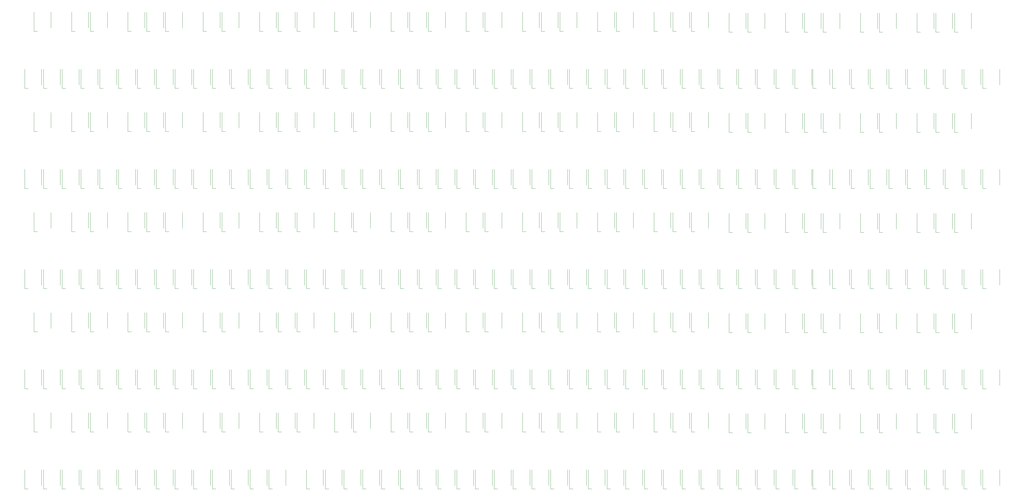
<source format=gbr>
G04 #@! TF.GenerationSoftware,KiCad,Pcbnew,(5.1.5)-3*
G04 #@! TF.CreationDate,2020-04-14T19:59:01+09:00*
G04 #@! TF.ProjectId,APA102_MENZUKE5_base,41504131-3032-45f4-9d45-4e5a554b4535,rev?*
G04 #@! TF.SameCoordinates,Original*
G04 #@! TF.FileFunction,Other,ECO1*
%FSLAX46Y46*%
G04 Gerber Fmt 4.6, Leading zero omitted, Abs format (unit mm)*
G04 Created by KiCad (PCBNEW (5.1.5)-3) date 2020-04-14 19:59:01*
%MOMM*%
%LPD*%
G04 APERTURE LIST*
%ADD10C,0.120000*%
G04 APERTURE END LIST*
D10*
X55700000Y-191000000D02*
X55700000Y-196000000D01*
X51400000Y-197100000D02*
X50300000Y-197100000D01*
X50300000Y-197100000D02*
X50300000Y-191000000D01*
X55700000Y-159000000D02*
X55700000Y-164000000D01*
X51400000Y-165100000D02*
X50300000Y-165100000D01*
X50300000Y-165100000D02*
X50300000Y-159000000D01*
X55700000Y-127000000D02*
X55700000Y-132000000D01*
X51400000Y-133100000D02*
X50300000Y-133100000D01*
X50300000Y-133100000D02*
X50300000Y-127000000D01*
X55700000Y-95000000D02*
X55700000Y-100000000D01*
X51400000Y-101100000D02*
X50300000Y-101100000D01*
X50300000Y-101100000D02*
X50300000Y-95000000D01*
X61700000Y-191000000D02*
X61700000Y-196000000D01*
X57400000Y-197100000D02*
X56300000Y-197100000D01*
X56300000Y-197100000D02*
X56300000Y-191000000D01*
X61700000Y-159000000D02*
X61700000Y-164000000D01*
X57400000Y-165100000D02*
X56300000Y-165100000D01*
X56300000Y-165100000D02*
X56300000Y-159000000D01*
X61700000Y-127000000D02*
X61700000Y-132000000D01*
X57400000Y-133100000D02*
X56300000Y-133100000D01*
X56300000Y-133100000D02*
X56300000Y-127000000D01*
X61700000Y-95000000D02*
X61700000Y-100000000D01*
X57400000Y-101100000D02*
X56300000Y-101100000D01*
X56300000Y-101100000D02*
X56300000Y-95000000D01*
X70700000Y-172750000D02*
X70700000Y-177750000D01*
X66400000Y-178850000D02*
X65300000Y-178850000D01*
X65300000Y-178850000D02*
X65300000Y-172750000D01*
X70700000Y-140750000D02*
X70700000Y-145750000D01*
X66400000Y-146850000D02*
X65300000Y-146850000D01*
X65300000Y-146850000D02*
X65300000Y-140750000D01*
X70700000Y-108750000D02*
X70700000Y-113750000D01*
X66400000Y-114850000D02*
X65300000Y-114850000D01*
X65300000Y-114850000D02*
X65300000Y-108750000D01*
X70700000Y-76750000D02*
X70700000Y-81750000D01*
X66400000Y-82850000D02*
X65300000Y-82850000D01*
X65300000Y-82850000D02*
X65300000Y-76750000D01*
X85700000Y-191000000D02*
X85700000Y-196000000D01*
X81400000Y-197100000D02*
X80300000Y-197100000D01*
X80300000Y-197100000D02*
X80300000Y-191000000D01*
X85700000Y-159000000D02*
X85700000Y-164000000D01*
X81400000Y-165100000D02*
X80300000Y-165100000D01*
X80300000Y-165100000D02*
X80300000Y-159000000D01*
X85700000Y-127000000D02*
X85700000Y-132000000D01*
X81400000Y-133100000D02*
X80300000Y-133100000D01*
X80300000Y-133100000D02*
X80300000Y-127000000D01*
X85700000Y-95000000D02*
X85700000Y-100000000D01*
X81400000Y-101100000D02*
X80300000Y-101100000D01*
X80300000Y-101100000D02*
X80300000Y-95000000D01*
X95300000Y-178850000D02*
X95300000Y-172750000D01*
X96400000Y-178850000D02*
X95300000Y-178850000D01*
X100700000Y-172750000D02*
X100700000Y-177750000D01*
X95300000Y-146850000D02*
X95300000Y-140750000D01*
X96400000Y-146850000D02*
X95300000Y-146850000D01*
X100700000Y-140750000D02*
X100700000Y-145750000D01*
X95300000Y-114850000D02*
X95300000Y-108750000D01*
X96400000Y-114850000D02*
X95300000Y-114850000D01*
X100700000Y-108750000D02*
X100700000Y-113750000D01*
X95300000Y-82850000D02*
X95300000Y-76750000D01*
X96400000Y-82850000D02*
X95300000Y-82850000D01*
X100700000Y-76750000D02*
X100700000Y-81750000D01*
X110300000Y-197100000D02*
X110300000Y-191000000D01*
X111400000Y-197100000D02*
X110300000Y-197100000D01*
X115700000Y-191000000D02*
X115700000Y-196000000D01*
X110300000Y-165100000D02*
X110300000Y-159000000D01*
X111400000Y-165100000D02*
X110300000Y-165100000D01*
X115700000Y-159000000D02*
X115700000Y-164000000D01*
X110300000Y-133100000D02*
X110300000Y-127000000D01*
X111400000Y-133100000D02*
X110300000Y-133100000D01*
X115700000Y-127000000D02*
X115700000Y-132000000D01*
X110300000Y-101100000D02*
X110300000Y-95000000D01*
X111400000Y-101100000D02*
X110300000Y-101100000D01*
X115700000Y-95000000D02*
X115700000Y-100000000D01*
X142700000Y-172750000D02*
X142700000Y-177750000D01*
X138400000Y-178850000D02*
X137300000Y-178850000D01*
X137300000Y-178850000D02*
X137300000Y-172750000D01*
X142700000Y-140750000D02*
X142700000Y-145750000D01*
X138400000Y-146850000D02*
X137300000Y-146850000D01*
X137300000Y-146850000D02*
X137300000Y-140750000D01*
X142700000Y-108750000D02*
X142700000Y-113750000D01*
X138400000Y-114850000D02*
X137300000Y-114850000D01*
X137300000Y-114850000D02*
X137300000Y-108750000D01*
X142700000Y-76750000D02*
X142700000Y-81750000D01*
X138400000Y-82850000D02*
X137300000Y-82850000D01*
X137300000Y-82850000D02*
X137300000Y-76750000D01*
X172700000Y-172750000D02*
X172700000Y-177750000D01*
X168400000Y-178850000D02*
X167300000Y-178850000D01*
X167300000Y-178850000D02*
X167300000Y-172750000D01*
X172700000Y-140750000D02*
X172700000Y-145750000D01*
X168400000Y-146850000D02*
X167300000Y-146850000D01*
X167300000Y-146850000D02*
X167300000Y-140750000D01*
X172700000Y-108750000D02*
X172700000Y-113750000D01*
X168400000Y-114850000D02*
X167300000Y-114850000D01*
X167300000Y-114850000D02*
X167300000Y-108750000D01*
X172700000Y-76750000D02*
X172700000Y-81750000D01*
X168400000Y-82850000D02*
X167300000Y-82850000D01*
X167300000Y-82850000D02*
X167300000Y-76750000D01*
X176300000Y-197100000D02*
X176300000Y-191000000D01*
X177400000Y-197100000D02*
X176300000Y-197100000D01*
X181700000Y-191000000D02*
X181700000Y-196000000D01*
X176300000Y-165100000D02*
X176300000Y-159000000D01*
X177400000Y-165100000D02*
X176300000Y-165100000D01*
X181700000Y-159000000D02*
X181700000Y-164000000D01*
X176300000Y-133100000D02*
X176300000Y-127000000D01*
X177400000Y-133100000D02*
X176300000Y-133100000D01*
X181700000Y-127000000D02*
X181700000Y-132000000D01*
X176300000Y-101100000D02*
X176300000Y-95000000D01*
X177400000Y-101100000D02*
X176300000Y-101100000D01*
X181700000Y-95000000D02*
X181700000Y-100000000D01*
X149300000Y-178850000D02*
X149300000Y-172750000D01*
X150400000Y-178850000D02*
X149300000Y-178850000D01*
X154700000Y-172750000D02*
X154700000Y-177750000D01*
X149300000Y-146850000D02*
X149300000Y-140750000D01*
X150400000Y-146850000D02*
X149300000Y-146850000D01*
X154700000Y-140750000D02*
X154700000Y-145750000D01*
X149300000Y-114850000D02*
X149300000Y-108750000D01*
X150400000Y-114850000D02*
X149300000Y-114850000D01*
X154700000Y-108750000D02*
X154700000Y-113750000D01*
X149300000Y-82850000D02*
X149300000Y-76750000D01*
X150400000Y-82850000D02*
X149300000Y-82850000D01*
X154700000Y-76750000D02*
X154700000Y-81750000D01*
X155300000Y-178850000D02*
X155300000Y-172750000D01*
X156400000Y-178850000D02*
X155300000Y-178850000D01*
X160700000Y-172750000D02*
X160700000Y-177750000D01*
X155300000Y-146850000D02*
X155300000Y-140750000D01*
X156400000Y-146850000D02*
X155300000Y-146850000D01*
X160700000Y-140750000D02*
X160700000Y-145750000D01*
X155300000Y-114850000D02*
X155300000Y-108750000D01*
X156400000Y-114850000D02*
X155300000Y-114850000D01*
X160700000Y-108750000D02*
X160700000Y-113750000D01*
X155300000Y-82850000D02*
X155300000Y-76750000D01*
X156400000Y-82850000D02*
X155300000Y-82850000D01*
X160700000Y-76750000D02*
X160700000Y-81750000D01*
X53300000Y-178850000D02*
X53300000Y-172750000D01*
X54400000Y-178850000D02*
X53300000Y-178850000D01*
X58700000Y-172750000D02*
X58700000Y-177750000D01*
X53300000Y-146850000D02*
X53300000Y-140750000D01*
X54400000Y-146850000D02*
X53300000Y-146850000D01*
X58700000Y-140750000D02*
X58700000Y-145750000D01*
X53300000Y-114850000D02*
X53300000Y-108750000D01*
X54400000Y-114850000D02*
X53300000Y-114850000D01*
X58700000Y-108750000D02*
X58700000Y-113750000D01*
X53300000Y-82850000D02*
X53300000Y-76750000D01*
X54400000Y-82850000D02*
X53300000Y-82850000D01*
X58700000Y-76750000D02*
X58700000Y-81750000D01*
X62300000Y-197100000D02*
X62300000Y-191000000D01*
X63400000Y-197100000D02*
X62300000Y-197100000D01*
X67700000Y-191000000D02*
X67700000Y-196000000D01*
X62300000Y-165100000D02*
X62300000Y-159000000D01*
X63400000Y-165100000D02*
X62300000Y-165100000D01*
X67700000Y-159000000D02*
X67700000Y-164000000D01*
X62300000Y-133100000D02*
X62300000Y-127000000D01*
X63400000Y-133100000D02*
X62300000Y-133100000D01*
X67700000Y-127000000D02*
X67700000Y-132000000D01*
X62300000Y-101100000D02*
X62300000Y-95000000D01*
X63400000Y-101100000D02*
X62300000Y-101100000D01*
X67700000Y-95000000D02*
X67700000Y-100000000D01*
X86300000Y-197100000D02*
X86300000Y-191000000D01*
X87400000Y-197100000D02*
X86300000Y-197100000D01*
X91700000Y-191000000D02*
X91700000Y-196000000D01*
X86300000Y-165100000D02*
X86300000Y-159000000D01*
X87400000Y-165100000D02*
X86300000Y-165100000D01*
X91700000Y-159000000D02*
X91700000Y-164000000D01*
X86300000Y-133100000D02*
X86300000Y-127000000D01*
X87400000Y-133100000D02*
X86300000Y-133100000D01*
X91700000Y-127000000D02*
X91700000Y-132000000D01*
X86300000Y-101100000D02*
X86300000Y-95000000D01*
X87400000Y-101100000D02*
X86300000Y-101100000D01*
X91700000Y-95000000D02*
X91700000Y-100000000D01*
X112700000Y-172750000D02*
X112700000Y-177750000D01*
X108400000Y-178850000D02*
X107300000Y-178850000D01*
X107300000Y-178850000D02*
X107300000Y-172750000D01*
X112700000Y-140750000D02*
X112700000Y-145750000D01*
X108400000Y-146850000D02*
X107300000Y-146850000D01*
X107300000Y-146850000D02*
X107300000Y-140750000D01*
X112700000Y-108750000D02*
X112700000Y-113750000D01*
X108400000Y-114850000D02*
X107300000Y-114850000D01*
X107300000Y-114850000D02*
X107300000Y-108750000D01*
X112700000Y-76750000D02*
X112700000Y-81750000D01*
X108400000Y-82850000D02*
X107300000Y-82850000D01*
X107300000Y-82850000D02*
X107300000Y-76750000D01*
X151700000Y-191000000D02*
X151700000Y-196000000D01*
X147400000Y-197100000D02*
X146300000Y-197100000D01*
X146300000Y-197100000D02*
X146300000Y-191000000D01*
X151700000Y-159000000D02*
X151700000Y-164000000D01*
X147400000Y-165100000D02*
X146300000Y-165100000D01*
X146300000Y-165100000D02*
X146300000Y-159000000D01*
X151700000Y-127000000D02*
X151700000Y-132000000D01*
X147400000Y-133100000D02*
X146300000Y-133100000D01*
X146300000Y-133100000D02*
X146300000Y-127000000D01*
X151700000Y-95000000D02*
X151700000Y-100000000D01*
X147400000Y-101100000D02*
X146300000Y-101100000D01*
X146300000Y-101100000D02*
X146300000Y-95000000D01*
X170300000Y-197100000D02*
X170300000Y-191000000D01*
X171400000Y-197100000D02*
X170300000Y-197100000D01*
X175700000Y-191000000D02*
X175700000Y-196000000D01*
X170300000Y-165100000D02*
X170300000Y-159000000D01*
X171400000Y-165100000D02*
X170300000Y-165100000D01*
X175700000Y-159000000D02*
X175700000Y-164000000D01*
X170300000Y-133100000D02*
X170300000Y-127000000D01*
X171400000Y-133100000D02*
X170300000Y-133100000D01*
X175700000Y-127000000D02*
X175700000Y-132000000D01*
X170300000Y-101100000D02*
X170300000Y-95000000D01*
X171400000Y-101100000D02*
X170300000Y-101100000D01*
X175700000Y-95000000D02*
X175700000Y-100000000D01*
X130700000Y-172750000D02*
X130700000Y-177750000D01*
X126400000Y-178850000D02*
X125300000Y-178850000D01*
X125300000Y-178850000D02*
X125300000Y-172750000D01*
X130700000Y-140750000D02*
X130700000Y-145750000D01*
X126400000Y-146850000D02*
X125300000Y-146850000D01*
X125300000Y-146850000D02*
X125300000Y-140750000D01*
X130700000Y-108750000D02*
X130700000Y-113750000D01*
X126400000Y-114850000D02*
X125300000Y-114850000D01*
X125300000Y-114850000D02*
X125300000Y-108750000D01*
X130700000Y-76750000D02*
X130700000Y-81750000D01*
X126400000Y-82850000D02*
X125300000Y-82850000D01*
X125300000Y-82850000D02*
X125300000Y-76750000D01*
X140300000Y-197100000D02*
X140300000Y-191000000D01*
X141400000Y-197100000D02*
X140300000Y-197100000D01*
X145700000Y-191000000D02*
X145700000Y-196000000D01*
X140300000Y-165100000D02*
X140300000Y-159000000D01*
X141400000Y-165100000D02*
X140300000Y-165100000D01*
X145700000Y-159000000D02*
X145700000Y-164000000D01*
X140300000Y-133100000D02*
X140300000Y-127000000D01*
X141400000Y-133100000D02*
X140300000Y-133100000D01*
X145700000Y-127000000D02*
X145700000Y-132000000D01*
X140300000Y-101100000D02*
X140300000Y-95000000D01*
X141400000Y-101100000D02*
X140300000Y-101100000D01*
X145700000Y-95000000D02*
X145700000Y-100000000D01*
X104300000Y-197100000D02*
X104300000Y-191000000D01*
X105400000Y-197100000D02*
X104300000Y-197100000D01*
X109700000Y-191000000D02*
X109700000Y-196000000D01*
X104300000Y-165100000D02*
X104300000Y-159000000D01*
X105400000Y-165100000D02*
X104300000Y-165100000D01*
X109700000Y-159000000D02*
X109700000Y-164000000D01*
X104300000Y-133100000D02*
X104300000Y-127000000D01*
X105400000Y-133100000D02*
X104300000Y-133100000D01*
X109700000Y-127000000D02*
X109700000Y-132000000D01*
X104300000Y-101100000D02*
X104300000Y-95000000D01*
X105400000Y-101100000D02*
X104300000Y-101100000D01*
X109700000Y-95000000D02*
X109700000Y-100000000D01*
X128300000Y-197100000D02*
X128300000Y-191000000D01*
X129400000Y-197100000D02*
X128300000Y-197100000D01*
X133700000Y-191000000D02*
X133700000Y-196000000D01*
X128300000Y-165100000D02*
X128300000Y-159000000D01*
X129400000Y-165100000D02*
X128300000Y-165100000D01*
X133700000Y-159000000D02*
X133700000Y-164000000D01*
X128300000Y-133100000D02*
X128300000Y-127000000D01*
X129400000Y-133100000D02*
X128300000Y-133100000D01*
X133700000Y-127000000D02*
X133700000Y-132000000D01*
X128300000Y-101100000D02*
X128300000Y-95000000D01*
X129400000Y-101100000D02*
X128300000Y-101100000D01*
X133700000Y-95000000D02*
X133700000Y-100000000D01*
X74300000Y-197100000D02*
X74300000Y-191000000D01*
X75400000Y-197100000D02*
X74300000Y-197100000D01*
X79700000Y-191000000D02*
X79700000Y-196000000D01*
X74300000Y-165100000D02*
X74300000Y-159000000D01*
X75400000Y-165100000D02*
X74300000Y-165100000D01*
X79700000Y-159000000D02*
X79700000Y-164000000D01*
X74300000Y-133100000D02*
X74300000Y-127000000D01*
X75400000Y-133100000D02*
X74300000Y-133100000D01*
X79700000Y-127000000D02*
X79700000Y-132000000D01*
X74300000Y-101100000D02*
X74300000Y-95000000D01*
X75400000Y-101100000D02*
X74300000Y-101100000D01*
X79700000Y-95000000D02*
X79700000Y-100000000D01*
X97700000Y-191000000D02*
X97700000Y-196000000D01*
X93400000Y-197100000D02*
X92300000Y-197100000D01*
X92300000Y-197100000D02*
X92300000Y-191000000D01*
X97700000Y-159000000D02*
X97700000Y-164000000D01*
X93400000Y-165100000D02*
X92300000Y-165100000D01*
X92300000Y-165100000D02*
X92300000Y-159000000D01*
X97700000Y-127000000D02*
X97700000Y-132000000D01*
X93400000Y-133100000D02*
X92300000Y-133100000D01*
X92300000Y-133100000D02*
X92300000Y-127000000D01*
X97700000Y-95000000D02*
X97700000Y-100000000D01*
X93400000Y-101100000D02*
X92300000Y-101100000D01*
X92300000Y-101100000D02*
X92300000Y-95000000D01*
X182300000Y-197100000D02*
X182300000Y-191000000D01*
X183400000Y-197100000D02*
X182300000Y-197100000D01*
X187700000Y-191000000D02*
X187700000Y-196000000D01*
X182300000Y-165100000D02*
X182300000Y-159000000D01*
X183400000Y-165100000D02*
X182300000Y-165100000D01*
X187700000Y-159000000D02*
X187700000Y-164000000D01*
X182300000Y-133100000D02*
X182300000Y-127000000D01*
X183400000Y-133100000D02*
X182300000Y-133100000D01*
X187700000Y-127000000D02*
X187700000Y-132000000D01*
X182300000Y-101100000D02*
X182300000Y-95000000D01*
X183400000Y-101100000D02*
X182300000Y-101100000D01*
X187700000Y-95000000D02*
X187700000Y-100000000D01*
X134300000Y-165100000D02*
X134300000Y-159000000D01*
X135400000Y-165100000D02*
X134300000Y-165100000D01*
X139700000Y-159000000D02*
X139700000Y-164000000D01*
X134300000Y-133100000D02*
X134300000Y-127000000D01*
X135400000Y-133100000D02*
X134300000Y-133100000D01*
X139700000Y-127000000D02*
X139700000Y-132000000D01*
X134300000Y-101100000D02*
X134300000Y-95000000D01*
X135400000Y-101100000D02*
X134300000Y-101100000D01*
X139700000Y-95000000D02*
X139700000Y-100000000D01*
X163700000Y-191000000D02*
X163700000Y-196000000D01*
X159400000Y-197100000D02*
X158300000Y-197100000D01*
X158300000Y-197100000D02*
X158300000Y-191000000D01*
X163700000Y-159000000D02*
X163700000Y-164000000D01*
X159400000Y-165100000D02*
X158300000Y-165100000D01*
X158300000Y-165100000D02*
X158300000Y-159000000D01*
X163700000Y-127000000D02*
X163700000Y-132000000D01*
X159400000Y-133100000D02*
X158300000Y-133100000D01*
X158300000Y-133100000D02*
X158300000Y-127000000D01*
X163700000Y-95000000D02*
X163700000Y-100000000D01*
X159400000Y-101100000D02*
X158300000Y-101100000D01*
X158300000Y-101100000D02*
X158300000Y-95000000D01*
X164300000Y-197100000D02*
X164300000Y-191000000D01*
X165400000Y-197100000D02*
X164300000Y-197100000D01*
X169700000Y-191000000D02*
X169700000Y-196000000D01*
X164300000Y-165100000D02*
X164300000Y-159000000D01*
X165400000Y-165100000D02*
X164300000Y-165100000D01*
X169700000Y-159000000D02*
X169700000Y-164000000D01*
X164300000Y-133100000D02*
X164300000Y-127000000D01*
X165400000Y-133100000D02*
X164300000Y-133100000D01*
X169700000Y-127000000D02*
X169700000Y-132000000D01*
X164300000Y-101100000D02*
X164300000Y-95000000D01*
X165400000Y-101100000D02*
X164300000Y-101100000D01*
X169700000Y-95000000D02*
X169700000Y-100000000D01*
X178700000Y-172750000D02*
X178700000Y-177750000D01*
X174400000Y-178850000D02*
X173300000Y-178850000D01*
X173300000Y-178850000D02*
X173300000Y-172750000D01*
X178700000Y-140750000D02*
X178700000Y-145750000D01*
X174400000Y-146850000D02*
X173300000Y-146850000D01*
X173300000Y-146850000D02*
X173300000Y-140750000D01*
X178700000Y-108750000D02*
X178700000Y-113750000D01*
X174400000Y-114850000D02*
X173300000Y-114850000D01*
X173300000Y-114850000D02*
X173300000Y-108750000D01*
X178700000Y-76750000D02*
X178700000Y-81750000D01*
X174400000Y-82850000D02*
X173300000Y-82850000D01*
X173300000Y-82850000D02*
X173300000Y-76750000D01*
X118700000Y-172750000D02*
X118700000Y-177750000D01*
X114400000Y-178850000D02*
X113300000Y-178850000D01*
X113300000Y-178850000D02*
X113300000Y-172750000D01*
X118700000Y-140750000D02*
X118700000Y-145750000D01*
X114400000Y-146850000D02*
X113300000Y-146850000D01*
X113300000Y-146850000D02*
X113300000Y-140750000D01*
X118700000Y-108750000D02*
X118700000Y-113750000D01*
X114400000Y-114850000D02*
X113300000Y-114850000D01*
X113300000Y-114850000D02*
X113300000Y-108750000D01*
X118700000Y-76750000D02*
X118700000Y-81750000D01*
X114400000Y-82850000D02*
X113300000Y-82850000D01*
X113300000Y-82850000D02*
X113300000Y-76750000D01*
X184700000Y-172750000D02*
X184700000Y-177750000D01*
X180400000Y-178850000D02*
X179300000Y-178850000D01*
X179300000Y-178850000D02*
X179300000Y-172750000D01*
X184700000Y-140750000D02*
X184700000Y-145750000D01*
X180400000Y-146850000D02*
X179300000Y-146850000D01*
X179300000Y-146850000D02*
X179300000Y-140750000D01*
X184700000Y-108750000D02*
X184700000Y-113750000D01*
X180400000Y-114850000D02*
X179300000Y-114850000D01*
X179300000Y-114850000D02*
X179300000Y-108750000D01*
X184700000Y-76750000D02*
X184700000Y-81750000D01*
X180400000Y-82850000D02*
X179300000Y-82850000D01*
X179300000Y-82850000D02*
X179300000Y-76750000D01*
X76700000Y-172750000D02*
X76700000Y-177750000D01*
X72400000Y-178850000D02*
X71300000Y-178850000D01*
X71300000Y-178850000D02*
X71300000Y-172750000D01*
X76700000Y-140750000D02*
X76700000Y-145750000D01*
X72400000Y-146850000D02*
X71300000Y-146850000D01*
X71300000Y-146850000D02*
X71300000Y-140750000D01*
X76700000Y-108750000D02*
X76700000Y-113750000D01*
X72400000Y-114850000D02*
X71300000Y-114850000D01*
X71300000Y-114850000D02*
X71300000Y-108750000D01*
X76700000Y-76750000D02*
X76700000Y-81750000D01*
X72400000Y-82850000D02*
X71300000Y-82850000D01*
X71300000Y-82850000D02*
X71300000Y-76750000D01*
X83300000Y-178850000D02*
X83300000Y-172750000D01*
X84400000Y-178850000D02*
X83300000Y-178850000D01*
X88700000Y-172750000D02*
X88700000Y-177750000D01*
X83300000Y-146850000D02*
X83300000Y-140750000D01*
X84400000Y-146850000D02*
X83300000Y-146850000D01*
X88700000Y-140750000D02*
X88700000Y-145750000D01*
X83300000Y-114850000D02*
X83300000Y-108750000D01*
X84400000Y-114850000D02*
X83300000Y-114850000D01*
X88700000Y-108750000D02*
X88700000Y-113750000D01*
X83300000Y-82850000D02*
X83300000Y-76750000D01*
X84400000Y-82850000D02*
X83300000Y-82850000D01*
X88700000Y-76750000D02*
X88700000Y-81750000D01*
X89300000Y-178850000D02*
X89300000Y-172750000D01*
X90400000Y-178850000D02*
X89300000Y-178850000D01*
X94700000Y-172750000D02*
X94700000Y-177750000D01*
X89300000Y-146850000D02*
X89300000Y-140750000D01*
X90400000Y-146850000D02*
X89300000Y-146850000D01*
X94700000Y-140750000D02*
X94700000Y-145750000D01*
X89300000Y-114850000D02*
X89300000Y-108750000D01*
X90400000Y-114850000D02*
X89300000Y-114850000D01*
X94700000Y-108750000D02*
X94700000Y-113750000D01*
X89300000Y-82850000D02*
X89300000Y-76750000D01*
X90400000Y-82850000D02*
X89300000Y-82850000D01*
X94700000Y-76750000D02*
X94700000Y-81750000D01*
X136700000Y-172750000D02*
X136700000Y-177750000D01*
X132400000Y-178850000D02*
X131300000Y-178850000D01*
X131300000Y-178850000D02*
X131300000Y-172750000D01*
X136700000Y-140750000D02*
X136700000Y-145750000D01*
X132400000Y-146850000D02*
X131300000Y-146850000D01*
X131300000Y-146850000D02*
X131300000Y-140750000D01*
X136700000Y-108750000D02*
X136700000Y-113750000D01*
X132400000Y-114850000D02*
X131300000Y-114850000D01*
X131300000Y-114850000D02*
X131300000Y-108750000D01*
X136700000Y-76750000D02*
X136700000Y-81750000D01*
X132400000Y-82850000D02*
X131300000Y-82850000D01*
X131300000Y-82850000D02*
X131300000Y-76750000D01*
X157700000Y-191000000D02*
X157700000Y-196000000D01*
X153400000Y-197100000D02*
X152300000Y-197100000D01*
X152300000Y-197100000D02*
X152300000Y-191000000D01*
X157700000Y-159000000D02*
X157700000Y-164000000D01*
X153400000Y-165100000D02*
X152300000Y-165100000D01*
X152300000Y-165100000D02*
X152300000Y-159000000D01*
X157700000Y-127000000D02*
X157700000Y-132000000D01*
X153400000Y-133100000D02*
X152300000Y-133100000D01*
X152300000Y-133100000D02*
X152300000Y-127000000D01*
X157700000Y-95000000D02*
X157700000Y-100000000D01*
X153400000Y-101100000D02*
X152300000Y-101100000D01*
X152300000Y-101100000D02*
X152300000Y-95000000D01*
X103700000Y-191000000D02*
X103700000Y-196000000D01*
X99400000Y-197100000D02*
X98300000Y-197100000D01*
X98300000Y-197100000D02*
X98300000Y-191000000D01*
X103700000Y-159000000D02*
X103700000Y-164000000D01*
X99400000Y-165100000D02*
X98300000Y-165100000D01*
X98300000Y-165100000D02*
X98300000Y-159000000D01*
X103700000Y-127000000D02*
X103700000Y-132000000D01*
X99400000Y-133100000D02*
X98300000Y-133100000D01*
X98300000Y-133100000D02*
X98300000Y-127000000D01*
X103700000Y-95000000D02*
X103700000Y-100000000D01*
X99400000Y-101100000D02*
X98300000Y-101100000D01*
X98300000Y-101100000D02*
X98300000Y-95000000D01*
X68300000Y-197100000D02*
X68300000Y-191000000D01*
X69400000Y-197100000D02*
X68300000Y-197100000D01*
X73700000Y-191000000D02*
X73700000Y-196000000D01*
X68300000Y-165100000D02*
X68300000Y-159000000D01*
X69400000Y-165100000D02*
X68300000Y-165100000D01*
X73700000Y-159000000D02*
X73700000Y-164000000D01*
X68300000Y-133100000D02*
X68300000Y-127000000D01*
X69400000Y-133100000D02*
X68300000Y-133100000D01*
X73700000Y-127000000D02*
X73700000Y-132000000D01*
X68300000Y-101100000D02*
X68300000Y-95000000D01*
X69400000Y-101100000D02*
X68300000Y-101100000D01*
X73700000Y-95000000D02*
X73700000Y-100000000D01*
X127700000Y-191000000D02*
X127700000Y-196000000D01*
X123400000Y-197100000D02*
X122300000Y-197100000D01*
X122300000Y-197100000D02*
X122300000Y-191000000D01*
X127700000Y-159000000D02*
X127700000Y-164000000D01*
X123400000Y-165100000D02*
X122300000Y-165100000D01*
X122300000Y-165100000D02*
X122300000Y-159000000D01*
X127700000Y-127000000D02*
X127700000Y-132000000D01*
X123400000Y-133100000D02*
X122300000Y-133100000D01*
X122300000Y-133100000D02*
X122300000Y-127000000D01*
X127700000Y-95000000D02*
X127700000Y-100000000D01*
X123400000Y-101100000D02*
X122300000Y-101100000D01*
X122300000Y-101100000D02*
X122300000Y-95000000D01*
X116300000Y-197100000D02*
X116300000Y-191000000D01*
X117400000Y-197100000D02*
X116300000Y-197100000D01*
X121700000Y-191000000D02*
X121700000Y-196000000D01*
X116300000Y-165100000D02*
X116300000Y-159000000D01*
X117400000Y-165100000D02*
X116300000Y-165100000D01*
X121700000Y-159000000D02*
X121700000Y-164000000D01*
X116300000Y-133100000D02*
X116300000Y-127000000D01*
X117400000Y-133100000D02*
X116300000Y-133100000D01*
X121700000Y-127000000D02*
X121700000Y-132000000D01*
X116300000Y-101100000D02*
X116300000Y-95000000D01*
X117400000Y-101100000D02*
X116300000Y-101100000D01*
X121700000Y-95000000D02*
X121700000Y-100000000D01*
X193700000Y-191000000D02*
X193700000Y-196000000D01*
X189400000Y-197100000D02*
X188300000Y-197100000D01*
X188300000Y-197100000D02*
X188300000Y-191000000D01*
X193700000Y-159000000D02*
X193700000Y-164000000D01*
X189400000Y-165100000D02*
X188300000Y-165100000D01*
X188300000Y-165100000D02*
X188300000Y-159000000D01*
X193700000Y-127000000D02*
X193700000Y-132000000D01*
X189400000Y-133100000D02*
X188300000Y-133100000D01*
X188300000Y-133100000D02*
X188300000Y-127000000D01*
X193700000Y-95000000D02*
X193700000Y-100000000D01*
X189400000Y-101100000D02*
X188300000Y-101100000D01*
X188300000Y-101100000D02*
X188300000Y-95000000D01*
X235700000Y-191000000D02*
X235700000Y-196000000D01*
X231400000Y-197100000D02*
X230300000Y-197100000D01*
X230300000Y-197100000D02*
X230300000Y-191000000D01*
X235700000Y-159000000D02*
X235700000Y-164000000D01*
X231400000Y-165100000D02*
X230300000Y-165100000D01*
X230300000Y-165100000D02*
X230300000Y-159000000D01*
X235700000Y-127000000D02*
X235700000Y-132000000D01*
X231400000Y-133100000D02*
X230300000Y-133100000D01*
X230300000Y-133100000D02*
X230300000Y-127000000D01*
X235700000Y-95000000D02*
X235700000Y-100000000D01*
X231400000Y-101100000D02*
X230300000Y-101100000D01*
X230300000Y-101100000D02*
X230300000Y-95000000D01*
X191300000Y-178850000D02*
X191300000Y-172750000D01*
X192400000Y-178850000D02*
X191300000Y-178850000D01*
X196700000Y-172750000D02*
X196700000Y-177750000D01*
X191300000Y-146850000D02*
X191300000Y-140750000D01*
X192400000Y-146850000D02*
X191300000Y-146850000D01*
X196700000Y-140750000D02*
X196700000Y-145750000D01*
X191300000Y-114850000D02*
X191300000Y-108750000D01*
X192400000Y-114850000D02*
X191300000Y-114850000D01*
X196700000Y-108750000D02*
X196700000Y-113750000D01*
X191300000Y-82850000D02*
X191300000Y-76750000D01*
X192400000Y-82850000D02*
X191300000Y-82850000D01*
X196700000Y-76750000D02*
X196700000Y-81750000D01*
X241700000Y-191000000D02*
X241700000Y-196000000D01*
X237400000Y-197100000D02*
X236300000Y-197100000D01*
X236300000Y-197100000D02*
X236300000Y-191000000D01*
X241700000Y-159000000D02*
X241700000Y-164000000D01*
X237400000Y-165100000D02*
X236300000Y-165100000D01*
X236300000Y-165100000D02*
X236300000Y-159000000D01*
X241700000Y-127000000D02*
X241700000Y-132000000D01*
X237400000Y-133100000D02*
X236300000Y-133100000D01*
X236300000Y-133100000D02*
X236300000Y-127000000D01*
X241700000Y-95000000D02*
X241700000Y-100000000D01*
X237400000Y-101100000D02*
X236300000Y-101100000D01*
X236300000Y-101100000D02*
X236300000Y-95000000D01*
X199700000Y-191000000D02*
X199700000Y-196000000D01*
X195400000Y-197100000D02*
X194300000Y-197100000D01*
X194300000Y-197100000D02*
X194300000Y-191000000D01*
X199700000Y-159000000D02*
X199700000Y-164000000D01*
X195400000Y-165100000D02*
X194300000Y-165100000D01*
X194300000Y-165100000D02*
X194300000Y-159000000D01*
X199700000Y-127000000D02*
X199700000Y-132000000D01*
X195400000Y-133100000D02*
X194300000Y-133100000D01*
X194300000Y-133100000D02*
X194300000Y-127000000D01*
X199700000Y-95000000D02*
X199700000Y-100000000D01*
X195400000Y-101100000D02*
X194300000Y-101100000D01*
X194300000Y-101100000D02*
X194300000Y-95000000D01*
X197300000Y-178850000D02*
X197300000Y-172750000D01*
X198400000Y-178850000D02*
X197300000Y-178850000D01*
X202700000Y-172750000D02*
X202700000Y-177750000D01*
X197300000Y-146850000D02*
X197300000Y-140750000D01*
X198400000Y-146850000D02*
X197300000Y-146850000D01*
X202700000Y-140750000D02*
X202700000Y-145750000D01*
X197300000Y-114850000D02*
X197300000Y-108750000D01*
X198400000Y-114850000D02*
X197300000Y-114850000D01*
X202700000Y-108750000D02*
X202700000Y-113750000D01*
X197300000Y-82850000D02*
X197300000Y-76750000D01*
X198400000Y-82850000D02*
X197300000Y-82850000D01*
X202700000Y-76750000D02*
X202700000Y-81750000D01*
X205700000Y-191000000D02*
X205700000Y-196000000D01*
X201400000Y-197100000D02*
X200300000Y-197100000D01*
X200300000Y-197100000D02*
X200300000Y-191000000D01*
X205700000Y-159000000D02*
X205700000Y-164000000D01*
X201400000Y-165100000D02*
X200300000Y-165100000D01*
X200300000Y-165100000D02*
X200300000Y-159000000D01*
X205700000Y-127000000D02*
X205700000Y-132000000D01*
X201400000Y-133100000D02*
X200300000Y-133100000D01*
X200300000Y-133100000D02*
X200300000Y-127000000D01*
X205700000Y-95000000D02*
X205700000Y-100000000D01*
X201400000Y-101100000D02*
X200300000Y-101100000D01*
X200300000Y-101100000D02*
X200300000Y-95000000D01*
X211700000Y-191000000D02*
X211700000Y-196000000D01*
X207400000Y-197100000D02*
X206300000Y-197100000D01*
X206300000Y-197100000D02*
X206300000Y-191000000D01*
X211700000Y-159000000D02*
X211700000Y-164000000D01*
X207400000Y-165100000D02*
X206300000Y-165100000D01*
X206300000Y-165100000D02*
X206300000Y-159000000D01*
X211700000Y-127000000D02*
X211700000Y-132000000D01*
X207400000Y-133100000D02*
X206300000Y-133100000D01*
X206300000Y-133100000D02*
X206300000Y-127000000D01*
X211700000Y-95000000D02*
X211700000Y-100000000D01*
X207400000Y-101100000D02*
X206300000Y-101100000D01*
X206300000Y-101100000D02*
X206300000Y-95000000D01*
X214700000Y-172750000D02*
X214700000Y-177750000D01*
X210400000Y-178850000D02*
X209300000Y-178850000D01*
X209300000Y-178850000D02*
X209300000Y-172750000D01*
X214700000Y-140750000D02*
X214700000Y-145750000D01*
X210400000Y-146850000D02*
X209300000Y-146850000D01*
X209300000Y-146850000D02*
X209300000Y-140750000D01*
X214700000Y-108750000D02*
X214700000Y-113750000D01*
X210400000Y-114850000D02*
X209300000Y-114850000D01*
X209300000Y-114850000D02*
X209300000Y-108750000D01*
X214700000Y-76750000D02*
X214700000Y-81750000D01*
X210400000Y-82850000D02*
X209300000Y-82850000D01*
X209300000Y-82850000D02*
X209300000Y-76750000D01*
X239300000Y-178850000D02*
X239300000Y-172750000D01*
X240400000Y-178850000D02*
X239300000Y-178850000D01*
X244700000Y-172750000D02*
X244700000Y-177750000D01*
X239300000Y-146850000D02*
X239300000Y-140750000D01*
X240400000Y-146850000D02*
X239300000Y-146850000D01*
X244700000Y-140750000D02*
X244700000Y-145750000D01*
X239300000Y-114850000D02*
X239300000Y-108750000D01*
X240400000Y-114850000D02*
X239300000Y-114850000D01*
X244700000Y-108750000D02*
X244700000Y-113750000D01*
X239300000Y-82850000D02*
X239300000Y-76750000D01*
X240400000Y-82850000D02*
X239300000Y-82850000D01*
X244700000Y-76750000D02*
X244700000Y-81750000D01*
X212300000Y-197100000D02*
X212300000Y-191000000D01*
X213400000Y-197100000D02*
X212300000Y-197100000D01*
X217700000Y-191000000D02*
X217700000Y-196000000D01*
X212300000Y-165100000D02*
X212300000Y-159000000D01*
X213400000Y-165100000D02*
X212300000Y-165100000D01*
X217700000Y-159000000D02*
X217700000Y-164000000D01*
X212300000Y-133100000D02*
X212300000Y-127000000D01*
X213400000Y-133100000D02*
X212300000Y-133100000D01*
X217700000Y-127000000D02*
X217700000Y-132000000D01*
X212300000Y-101100000D02*
X212300000Y-95000000D01*
X213400000Y-101100000D02*
X212300000Y-101100000D01*
X217700000Y-95000000D02*
X217700000Y-100000000D01*
X248300000Y-197100000D02*
X248300000Y-191000000D01*
X249400000Y-197100000D02*
X248300000Y-197100000D01*
X253700000Y-191000000D02*
X253700000Y-196000000D01*
X248300000Y-165100000D02*
X248300000Y-159000000D01*
X249400000Y-165100000D02*
X248300000Y-165100000D01*
X253700000Y-159000000D02*
X253700000Y-164000000D01*
X248300000Y-133100000D02*
X248300000Y-127000000D01*
X249400000Y-133100000D02*
X248300000Y-133100000D01*
X253700000Y-127000000D02*
X253700000Y-132000000D01*
X248300000Y-101100000D02*
X248300000Y-95000000D01*
X249400000Y-101100000D02*
X248300000Y-101100000D01*
X253700000Y-95000000D02*
X253700000Y-100000000D01*
X220700000Y-172750000D02*
X220700000Y-177750000D01*
X216400000Y-178850000D02*
X215300000Y-178850000D01*
X215300000Y-178850000D02*
X215300000Y-172750000D01*
X220700000Y-140750000D02*
X220700000Y-145750000D01*
X216400000Y-146850000D02*
X215300000Y-146850000D01*
X215300000Y-146850000D02*
X215300000Y-140750000D01*
X220700000Y-108750000D02*
X220700000Y-113750000D01*
X216400000Y-114850000D02*
X215300000Y-114850000D01*
X215300000Y-114850000D02*
X215300000Y-108750000D01*
X220700000Y-76750000D02*
X220700000Y-81750000D01*
X216400000Y-82850000D02*
X215300000Y-82850000D01*
X215300000Y-82850000D02*
X215300000Y-76750000D01*
X224300000Y-197100000D02*
X224300000Y-191000000D01*
X225400000Y-197100000D02*
X224300000Y-197100000D01*
X229700000Y-191000000D02*
X229700000Y-196000000D01*
X224300000Y-165100000D02*
X224300000Y-159000000D01*
X225400000Y-165100000D02*
X224300000Y-165100000D01*
X229700000Y-159000000D02*
X229700000Y-164000000D01*
X224300000Y-133100000D02*
X224300000Y-127000000D01*
X225400000Y-133100000D02*
X224300000Y-133100000D01*
X229700000Y-127000000D02*
X229700000Y-132000000D01*
X224300000Y-101100000D02*
X224300000Y-95000000D01*
X225400000Y-101100000D02*
X224300000Y-101100000D01*
X229700000Y-95000000D02*
X229700000Y-100000000D01*
X218300000Y-197100000D02*
X218300000Y-191000000D01*
X219400000Y-197100000D02*
X218300000Y-197100000D01*
X223700000Y-191000000D02*
X223700000Y-196000000D01*
X218300000Y-165100000D02*
X218300000Y-159000000D01*
X219400000Y-165100000D02*
X218300000Y-165100000D01*
X223700000Y-159000000D02*
X223700000Y-164000000D01*
X218300000Y-133100000D02*
X218300000Y-127000000D01*
X219400000Y-133100000D02*
X218300000Y-133100000D01*
X223700000Y-127000000D02*
X223700000Y-132000000D01*
X218300000Y-101100000D02*
X218300000Y-95000000D01*
X219400000Y-101100000D02*
X218300000Y-101100000D01*
X223700000Y-95000000D02*
X223700000Y-100000000D01*
X226700000Y-172750000D02*
X226700000Y-177750000D01*
X222400000Y-178850000D02*
X221300000Y-178850000D01*
X221300000Y-178850000D02*
X221300000Y-172750000D01*
X226700000Y-140750000D02*
X226700000Y-145750000D01*
X222400000Y-146850000D02*
X221300000Y-146850000D01*
X221300000Y-146850000D02*
X221300000Y-140750000D01*
X226700000Y-108750000D02*
X226700000Y-113750000D01*
X222400000Y-114850000D02*
X221300000Y-114850000D01*
X221300000Y-114850000D02*
X221300000Y-108750000D01*
X226700000Y-76750000D02*
X226700000Y-81750000D01*
X222400000Y-82850000D02*
X221300000Y-82850000D01*
X221300000Y-82850000D02*
X221300000Y-76750000D01*
X233300000Y-178850000D02*
X233300000Y-172750000D01*
X234400000Y-178850000D02*
X233300000Y-178850000D01*
X238700000Y-172750000D02*
X238700000Y-177750000D01*
X233300000Y-146850000D02*
X233300000Y-140750000D01*
X234400000Y-146850000D02*
X233300000Y-146850000D01*
X238700000Y-140750000D02*
X238700000Y-145750000D01*
X233300000Y-114850000D02*
X233300000Y-108750000D01*
X234400000Y-114850000D02*
X233300000Y-114850000D01*
X238700000Y-108750000D02*
X238700000Y-113750000D01*
X233300000Y-82850000D02*
X233300000Y-76750000D01*
X234400000Y-82850000D02*
X233300000Y-82850000D01*
X238700000Y-76750000D02*
X238700000Y-81750000D01*
X256700000Y-172750000D02*
X256700000Y-177750000D01*
X252400000Y-178850000D02*
X251300000Y-178850000D01*
X251300000Y-178850000D02*
X251300000Y-172750000D01*
X256700000Y-140750000D02*
X256700000Y-145750000D01*
X252400000Y-146850000D02*
X251300000Y-146850000D01*
X251300000Y-146850000D02*
X251300000Y-140750000D01*
X256700000Y-108750000D02*
X256700000Y-113750000D01*
X252400000Y-114850000D02*
X251300000Y-114850000D01*
X251300000Y-114850000D02*
X251300000Y-108750000D01*
X256700000Y-76750000D02*
X256700000Y-81750000D01*
X252400000Y-82850000D02*
X251300000Y-82850000D01*
X251300000Y-82850000D02*
X251300000Y-76750000D01*
X242300000Y-197100000D02*
X242300000Y-191000000D01*
X243400000Y-197100000D02*
X242300000Y-197100000D01*
X247700000Y-191000000D02*
X247700000Y-196000000D01*
X242300000Y-165100000D02*
X242300000Y-159000000D01*
X243400000Y-165100000D02*
X242300000Y-165100000D01*
X247700000Y-159000000D02*
X247700000Y-164000000D01*
X242300000Y-133100000D02*
X242300000Y-127000000D01*
X243400000Y-133100000D02*
X242300000Y-133100000D01*
X247700000Y-127000000D02*
X247700000Y-132000000D01*
X242300000Y-101100000D02*
X242300000Y-95000000D01*
X243400000Y-101100000D02*
X242300000Y-101100000D01*
X247700000Y-95000000D02*
X247700000Y-100000000D01*
X260300000Y-197100000D02*
X260300000Y-191000000D01*
X261400000Y-197100000D02*
X260300000Y-197100000D01*
X265700000Y-191000000D02*
X265700000Y-196000000D01*
X260300000Y-165100000D02*
X260300000Y-159000000D01*
X261400000Y-165100000D02*
X260300000Y-165100000D01*
X265700000Y-159000000D02*
X265700000Y-164000000D01*
X260300000Y-133100000D02*
X260300000Y-127000000D01*
X261400000Y-133100000D02*
X260300000Y-133100000D01*
X265700000Y-127000000D02*
X265700000Y-132000000D01*
X260300000Y-101100000D02*
X260300000Y-95000000D01*
X261400000Y-101100000D02*
X260300000Y-101100000D01*
X265700000Y-95000000D02*
X265700000Y-100000000D01*
X266300000Y-197100000D02*
X266300000Y-191000000D01*
X267400000Y-197100000D02*
X266300000Y-197100000D01*
X271700000Y-191000000D02*
X271700000Y-196000000D01*
X266300000Y-165100000D02*
X266300000Y-159000000D01*
X267400000Y-165100000D02*
X266300000Y-165100000D01*
X271700000Y-159000000D02*
X271700000Y-164000000D01*
X266300000Y-133100000D02*
X266300000Y-127000000D01*
X267400000Y-133100000D02*
X266300000Y-133100000D01*
X271700000Y-127000000D02*
X271700000Y-132000000D01*
X266300000Y-101100000D02*
X266300000Y-95000000D01*
X267400000Y-101100000D02*
X266300000Y-101100000D01*
X271700000Y-95000000D02*
X271700000Y-100000000D01*
X277700000Y-191000000D02*
X277700000Y-196000000D01*
X273400000Y-197100000D02*
X272300000Y-197100000D01*
X272300000Y-197100000D02*
X272300000Y-191000000D01*
X277700000Y-159000000D02*
X277700000Y-164000000D01*
X273400000Y-165100000D02*
X272300000Y-165100000D01*
X272300000Y-165100000D02*
X272300000Y-159000000D01*
X277700000Y-127000000D02*
X277700000Y-132000000D01*
X273400000Y-133100000D02*
X272300000Y-133100000D01*
X272300000Y-133100000D02*
X272300000Y-127000000D01*
X277700000Y-95000000D02*
X277700000Y-100000000D01*
X273400000Y-101100000D02*
X272300000Y-101100000D01*
X272300000Y-101100000D02*
X272300000Y-95000000D01*
X283700000Y-191000000D02*
X283700000Y-196000000D01*
X279400000Y-197100000D02*
X278300000Y-197100000D01*
X278300000Y-197100000D02*
X278300000Y-191000000D01*
X283700000Y-159000000D02*
X283700000Y-164000000D01*
X279400000Y-165100000D02*
X278300000Y-165100000D01*
X278300000Y-165100000D02*
X278300000Y-159000000D01*
X283700000Y-127000000D02*
X283700000Y-132000000D01*
X279400000Y-133100000D02*
X278300000Y-133100000D01*
X278300000Y-133100000D02*
X278300000Y-127000000D01*
X283700000Y-95000000D02*
X283700000Y-100000000D01*
X279400000Y-101100000D02*
X278300000Y-101100000D01*
X278300000Y-101100000D02*
X278300000Y-95000000D01*
X295700000Y-191000000D02*
X295700000Y-196000000D01*
X291400000Y-197100000D02*
X290300000Y-197100000D01*
X290300000Y-197100000D02*
X290300000Y-191000000D01*
X295700000Y-159000000D02*
X295700000Y-164000000D01*
X291400000Y-165100000D02*
X290300000Y-165100000D01*
X290300000Y-165100000D02*
X290300000Y-159000000D01*
X295700000Y-127000000D02*
X295700000Y-132000000D01*
X291400000Y-133100000D02*
X290300000Y-133100000D01*
X290300000Y-133100000D02*
X290300000Y-127000000D01*
X295700000Y-95000000D02*
X295700000Y-100000000D01*
X291400000Y-101100000D02*
X290300000Y-101100000D01*
X290300000Y-101100000D02*
X290300000Y-95000000D01*
X305300000Y-179100000D02*
X305300000Y-173000000D01*
X306400000Y-179100000D02*
X305300000Y-179100000D01*
X310700000Y-173000000D02*
X310700000Y-178000000D01*
X305300000Y-147100000D02*
X305300000Y-141000000D01*
X306400000Y-147100000D02*
X305300000Y-147100000D01*
X310700000Y-141000000D02*
X310700000Y-146000000D01*
X305300000Y-115100000D02*
X305300000Y-109000000D01*
X306400000Y-115100000D02*
X305300000Y-115100000D01*
X310700000Y-109000000D02*
X310700000Y-114000000D01*
X305300000Y-83100000D02*
X305300000Y-77000000D01*
X306400000Y-83100000D02*
X305300000Y-83100000D01*
X310700000Y-77000000D02*
X310700000Y-82000000D01*
X341300000Y-179100000D02*
X341300000Y-173000000D01*
X342400000Y-179100000D02*
X341300000Y-179100000D01*
X346700000Y-173000000D02*
X346700000Y-178000000D01*
X341300000Y-147100000D02*
X341300000Y-141000000D01*
X342400000Y-147100000D02*
X341300000Y-147100000D01*
X346700000Y-141000000D02*
X346700000Y-146000000D01*
X341300000Y-115100000D02*
X341300000Y-109000000D01*
X342400000Y-115100000D02*
X341300000Y-115100000D01*
X346700000Y-109000000D02*
X346700000Y-114000000D01*
X341300000Y-83100000D02*
X341300000Y-77000000D01*
X342400000Y-83100000D02*
X341300000Y-83100000D01*
X346700000Y-77000000D02*
X346700000Y-82000000D01*
X314300000Y-197100000D02*
X314300000Y-191000000D01*
X315400000Y-197100000D02*
X314300000Y-197100000D01*
X319700000Y-191000000D02*
X319700000Y-196000000D01*
X314300000Y-165100000D02*
X314300000Y-159000000D01*
X315400000Y-165100000D02*
X314300000Y-165100000D01*
X319700000Y-159000000D02*
X319700000Y-164000000D01*
X314300000Y-133100000D02*
X314300000Y-127000000D01*
X315400000Y-133100000D02*
X314300000Y-133100000D01*
X319700000Y-127000000D02*
X319700000Y-132000000D01*
X314300000Y-101100000D02*
X314300000Y-95000000D01*
X315400000Y-101100000D02*
X314300000Y-101100000D01*
X319700000Y-95000000D02*
X319700000Y-100000000D01*
X335300000Y-179100000D02*
X335300000Y-173000000D01*
X336400000Y-179100000D02*
X335300000Y-179100000D01*
X340700000Y-173000000D02*
X340700000Y-178000000D01*
X335300000Y-147100000D02*
X335300000Y-141000000D01*
X336400000Y-147100000D02*
X335300000Y-147100000D01*
X340700000Y-141000000D02*
X340700000Y-146000000D01*
X335300000Y-115100000D02*
X335300000Y-109000000D01*
X336400000Y-115100000D02*
X335300000Y-115100000D01*
X340700000Y-109000000D02*
X340700000Y-114000000D01*
X335300000Y-83100000D02*
X335300000Y-77000000D01*
X336400000Y-83100000D02*
X335300000Y-83100000D01*
X340700000Y-77000000D02*
X340700000Y-82000000D01*
X262700000Y-172750000D02*
X262700000Y-177750000D01*
X258400000Y-178850000D02*
X257300000Y-178850000D01*
X257300000Y-178850000D02*
X257300000Y-172750000D01*
X262700000Y-140750000D02*
X262700000Y-145750000D01*
X258400000Y-146850000D02*
X257300000Y-146850000D01*
X257300000Y-146850000D02*
X257300000Y-140750000D01*
X262700000Y-108750000D02*
X262700000Y-113750000D01*
X258400000Y-114850000D02*
X257300000Y-114850000D01*
X257300000Y-114850000D02*
X257300000Y-108750000D01*
X262700000Y-76750000D02*
X262700000Y-81750000D01*
X258400000Y-82850000D02*
X257300000Y-82850000D01*
X257300000Y-82850000D02*
X257300000Y-76750000D01*
X320300000Y-197100000D02*
X320300000Y-191000000D01*
X321400000Y-197100000D02*
X320300000Y-197100000D01*
X325700000Y-191000000D02*
X325700000Y-196000000D01*
X320300000Y-165100000D02*
X320300000Y-159000000D01*
X321400000Y-165100000D02*
X320300000Y-165100000D01*
X325700000Y-159000000D02*
X325700000Y-164000000D01*
X320300000Y-133100000D02*
X320300000Y-127000000D01*
X321400000Y-133100000D02*
X320300000Y-133100000D01*
X325700000Y-127000000D02*
X325700000Y-132000000D01*
X320300000Y-101100000D02*
X320300000Y-95000000D01*
X321400000Y-101100000D02*
X320300000Y-101100000D01*
X325700000Y-95000000D02*
X325700000Y-100000000D01*
X284300000Y-197100000D02*
X284300000Y-191000000D01*
X285400000Y-197100000D02*
X284300000Y-197100000D01*
X289700000Y-191000000D02*
X289700000Y-196000000D01*
X284300000Y-165100000D02*
X284300000Y-159000000D01*
X285400000Y-165100000D02*
X284300000Y-165100000D01*
X289700000Y-159000000D02*
X289700000Y-164000000D01*
X284300000Y-133100000D02*
X284300000Y-127000000D01*
X285400000Y-133100000D02*
X284300000Y-133100000D01*
X289700000Y-127000000D02*
X289700000Y-132000000D01*
X284300000Y-101100000D02*
X284300000Y-95000000D01*
X285400000Y-101100000D02*
X284300000Y-101100000D01*
X289700000Y-95000000D02*
X289700000Y-100000000D01*
X293300000Y-179100000D02*
X293300000Y-173000000D01*
X294400000Y-179100000D02*
X293300000Y-179100000D01*
X298700000Y-173000000D02*
X298700000Y-178000000D01*
X293300000Y-147100000D02*
X293300000Y-141000000D01*
X294400000Y-147100000D02*
X293300000Y-147100000D01*
X298700000Y-141000000D02*
X298700000Y-146000000D01*
X293300000Y-115100000D02*
X293300000Y-109000000D01*
X294400000Y-115100000D02*
X293300000Y-115100000D01*
X298700000Y-109000000D02*
X298700000Y-114000000D01*
X293300000Y-83100000D02*
X293300000Y-77000000D01*
X294400000Y-83100000D02*
X293300000Y-83100000D01*
X298700000Y-77000000D02*
X298700000Y-82000000D01*
X301700000Y-191000000D02*
X301700000Y-196000000D01*
X297400000Y-197100000D02*
X296300000Y-197100000D01*
X296300000Y-197100000D02*
X296300000Y-191000000D01*
X301700000Y-159000000D02*
X301700000Y-164000000D01*
X297400000Y-165100000D02*
X296300000Y-165100000D01*
X296300000Y-165100000D02*
X296300000Y-159000000D01*
X301700000Y-127000000D02*
X301700000Y-132000000D01*
X297400000Y-133100000D02*
X296300000Y-133100000D01*
X296300000Y-133100000D02*
X296300000Y-127000000D01*
X301700000Y-95000000D02*
X301700000Y-100000000D01*
X297400000Y-101100000D02*
X296300000Y-101100000D01*
X296300000Y-101100000D02*
X296300000Y-95000000D01*
X307450000Y-191000000D02*
X307450000Y-196000000D01*
X303150000Y-197100000D02*
X302050000Y-197100000D01*
X302050000Y-197100000D02*
X302050000Y-191000000D01*
X307450000Y-159000000D02*
X307450000Y-164000000D01*
X303150000Y-165100000D02*
X302050000Y-165100000D01*
X302050000Y-165100000D02*
X302050000Y-159000000D01*
X307450000Y-127000000D02*
X307450000Y-132000000D01*
X303150000Y-133100000D02*
X302050000Y-133100000D01*
X302050000Y-133100000D02*
X302050000Y-127000000D01*
X307450000Y-95000000D02*
X307450000Y-100000000D01*
X303150000Y-101100000D02*
X302050000Y-101100000D01*
X302050000Y-101100000D02*
X302050000Y-95000000D01*
X313700000Y-191000000D02*
X313700000Y-196000000D01*
X309400000Y-197100000D02*
X308300000Y-197100000D01*
X308300000Y-197100000D02*
X308300000Y-191000000D01*
X313700000Y-159000000D02*
X313700000Y-164000000D01*
X309400000Y-165100000D02*
X308300000Y-165100000D01*
X308300000Y-165100000D02*
X308300000Y-159000000D01*
X313700000Y-127000000D02*
X313700000Y-132000000D01*
X309400000Y-133100000D02*
X308300000Y-133100000D01*
X308300000Y-133100000D02*
X308300000Y-127000000D01*
X313700000Y-95000000D02*
X313700000Y-100000000D01*
X309400000Y-101100000D02*
X308300000Y-101100000D01*
X308300000Y-101100000D02*
X308300000Y-95000000D01*
X328700000Y-173000000D02*
X328700000Y-178000000D01*
X324400000Y-179100000D02*
X323300000Y-179100000D01*
X323300000Y-179100000D02*
X323300000Y-173000000D01*
X328700000Y-141000000D02*
X328700000Y-146000000D01*
X324400000Y-147100000D02*
X323300000Y-147100000D01*
X323300000Y-147100000D02*
X323300000Y-141000000D01*
X328700000Y-109000000D02*
X328700000Y-114000000D01*
X324400000Y-115100000D02*
X323300000Y-115100000D01*
X323300000Y-115100000D02*
X323300000Y-109000000D01*
X328700000Y-77000000D02*
X328700000Y-82000000D01*
X324400000Y-83100000D02*
X323300000Y-83100000D01*
X323300000Y-83100000D02*
X323300000Y-77000000D01*
X347300000Y-179100000D02*
X347300000Y-173000000D01*
X348400000Y-179100000D02*
X347300000Y-179100000D01*
X352700000Y-173000000D02*
X352700000Y-178000000D01*
X347300000Y-147100000D02*
X347300000Y-141000000D01*
X348400000Y-147100000D02*
X347300000Y-147100000D01*
X352700000Y-141000000D02*
X352700000Y-146000000D01*
X347300000Y-115100000D02*
X347300000Y-109000000D01*
X348400000Y-115100000D02*
X347300000Y-115100000D01*
X352700000Y-109000000D02*
X352700000Y-114000000D01*
X347300000Y-83100000D02*
X347300000Y-77000000D01*
X348400000Y-83100000D02*
X347300000Y-83100000D01*
X352700000Y-77000000D02*
X352700000Y-82000000D01*
X349700000Y-191000000D02*
X349700000Y-196000000D01*
X345400000Y-197100000D02*
X344300000Y-197100000D01*
X344300000Y-197100000D02*
X344300000Y-191000000D01*
X349700000Y-159000000D02*
X349700000Y-164000000D01*
X345400000Y-165100000D02*
X344300000Y-165100000D01*
X344300000Y-165100000D02*
X344300000Y-159000000D01*
X349700000Y-127000000D02*
X349700000Y-132000000D01*
X345400000Y-133100000D02*
X344300000Y-133100000D01*
X344300000Y-133100000D02*
X344300000Y-127000000D01*
X349700000Y-95000000D02*
X349700000Y-100000000D01*
X345400000Y-101100000D02*
X344300000Y-101100000D01*
X344300000Y-101100000D02*
X344300000Y-95000000D01*
X326300000Y-197100000D02*
X326300000Y-191000000D01*
X327400000Y-197100000D02*
X326300000Y-197100000D01*
X331700000Y-191000000D02*
X331700000Y-196000000D01*
X326300000Y-165100000D02*
X326300000Y-159000000D01*
X327400000Y-165100000D02*
X326300000Y-165100000D01*
X331700000Y-159000000D02*
X331700000Y-164000000D01*
X326300000Y-133100000D02*
X326300000Y-127000000D01*
X327400000Y-133100000D02*
X326300000Y-133100000D01*
X331700000Y-127000000D02*
X331700000Y-132000000D01*
X326300000Y-101100000D02*
X326300000Y-95000000D01*
X327400000Y-101100000D02*
X326300000Y-101100000D01*
X331700000Y-95000000D02*
X331700000Y-100000000D01*
X337700000Y-191000000D02*
X337700000Y-196000000D01*
X333400000Y-197100000D02*
X332300000Y-197100000D01*
X332300000Y-197100000D02*
X332300000Y-191000000D01*
X337700000Y-159000000D02*
X337700000Y-164000000D01*
X333400000Y-165100000D02*
X332300000Y-165100000D01*
X332300000Y-165100000D02*
X332300000Y-159000000D01*
X337700000Y-127000000D02*
X337700000Y-132000000D01*
X333400000Y-133100000D02*
X332300000Y-133100000D01*
X332300000Y-133100000D02*
X332300000Y-127000000D01*
X337700000Y-95000000D02*
X337700000Y-100000000D01*
X333400000Y-101100000D02*
X332300000Y-101100000D01*
X332300000Y-101100000D02*
X332300000Y-95000000D01*
X254300000Y-197100000D02*
X254300000Y-191000000D01*
X255400000Y-197100000D02*
X254300000Y-197100000D01*
X259700000Y-191000000D02*
X259700000Y-196000000D01*
X254300000Y-165100000D02*
X254300000Y-159000000D01*
X255400000Y-165100000D02*
X254300000Y-165100000D01*
X259700000Y-159000000D02*
X259700000Y-164000000D01*
X254300000Y-133100000D02*
X254300000Y-127000000D01*
X255400000Y-133100000D02*
X254300000Y-133100000D01*
X259700000Y-127000000D02*
X259700000Y-132000000D01*
X254300000Y-101100000D02*
X254300000Y-95000000D01*
X255400000Y-101100000D02*
X254300000Y-101100000D01*
X259700000Y-95000000D02*
X259700000Y-100000000D01*
X268700000Y-172750000D02*
X268700000Y-177750000D01*
X264400000Y-178850000D02*
X263300000Y-178850000D01*
X263300000Y-178850000D02*
X263300000Y-172750000D01*
X268700000Y-140750000D02*
X268700000Y-145750000D01*
X264400000Y-146850000D02*
X263300000Y-146850000D01*
X263300000Y-146850000D02*
X263300000Y-140750000D01*
X268700000Y-108750000D02*
X268700000Y-113750000D01*
X264400000Y-114850000D02*
X263300000Y-114850000D01*
X263300000Y-114850000D02*
X263300000Y-108750000D01*
X268700000Y-76750000D02*
X268700000Y-81750000D01*
X264400000Y-82850000D02*
X263300000Y-82850000D01*
X263300000Y-82850000D02*
X263300000Y-76750000D01*
X343700000Y-191000000D02*
X343700000Y-196000000D01*
X339400000Y-197100000D02*
X338300000Y-197100000D01*
X338300000Y-197100000D02*
X338300000Y-191000000D01*
X343700000Y-159000000D02*
X343700000Y-164000000D01*
X339400000Y-165100000D02*
X338300000Y-165100000D01*
X338300000Y-165100000D02*
X338300000Y-159000000D01*
X343700000Y-127000000D02*
X343700000Y-132000000D01*
X339400000Y-133100000D02*
X338300000Y-133100000D01*
X338300000Y-133100000D02*
X338300000Y-127000000D01*
X343700000Y-95000000D02*
X343700000Y-100000000D01*
X339400000Y-101100000D02*
X338300000Y-101100000D01*
X338300000Y-101100000D02*
X338300000Y-95000000D01*
X275300000Y-179100000D02*
X275300000Y-173000000D01*
X276400000Y-179100000D02*
X275300000Y-179100000D01*
X280700000Y-173000000D02*
X280700000Y-178000000D01*
X275300000Y-147100000D02*
X275300000Y-141000000D01*
X276400000Y-147100000D02*
X275300000Y-147100000D01*
X280700000Y-141000000D02*
X280700000Y-146000000D01*
X275300000Y-115100000D02*
X275300000Y-109000000D01*
X276400000Y-115100000D02*
X275300000Y-115100000D01*
X280700000Y-109000000D02*
X280700000Y-114000000D01*
X275300000Y-83100000D02*
X275300000Y-77000000D01*
X276400000Y-83100000D02*
X275300000Y-83100000D01*
X280700000Y-77000000D02*
X280700000Y-82000000D01*
X286700000Y-173000000D02*
X286700000Y-178000000D01*
X282400000Y-179100000D02*
X281300000Y-179100000D01*
X281300000Y-179100000D02*
X281300000Y-173000000D01*
X286700000Y-141000000D02*
X286700000Y-146000000D01*
X282400000Y-147100000D02*
X281300000Y-147100000D01*
X281300000Y-147100000D02*
X281300000Y-141000000D01*
X286700000Y-109000000D02*
X286700000Y-114000000D01*
X282400000Y-115100000D02*
X281300000Y-115100000D01*
X281300000Y-115100000D02*
X281300000Y-109000000D01*
X286700000Y-77000000D02*
X286700000Y-82000000D01*
X282400000Y-83100000D02*
X281300000Y-83100000D01*
X281300000Y-83100000D02*
X281300000Y-77000000D01*
X299300000Y-179100000D02*
X299300000Y-173000000D01*
X300400000Y-179100000D02*
X299300000Y-179100000D01*
X304700000Y-173000000D02*
X304700000Y-178000000D01*
X299300000Y-147100000D02*
X299300000Y-141000000D01*
X300400000Y-147100000D02*
X299300000Y-147100000D01*
X304700000Y-141000000D02*
X304700000Y-146000000D01*
X299300000Y-115100000D02*
X299300000Y-109000000D01*
X300400000Y-115100000D02*
X299300000Y-115100000D01*
X304700000Y-109000000D02*
X304700000Y-114000000D01*
X299300000Y-83100000D02*
X299300000Y-77000000D01*
X300400000Y-83100000D02*
X299300000Y-83100000D01*
X304700000Y-77000000D02*
X304700000Y-82000000D01*
X317300000Y-179100000D02*
X317300000Y-173000000D01*
X318400000Y-179100000D02*
X317300000Y-179100000D01*
X322700000Y-173000000D02*
X322700000Y-178000000D01*
X317300000Y-147100000D02*
X317300000Y-141000000D01*
X318400000Y-147100000D02*
X317300000Y-147100000D01*
X322700000Y-141000000D02*
X322700000Y-146000000D01*
X317300000Y-115100000D02*
X317300000Y-109000000D01*
X318400000Y-115100000D02*
X317300000Y-115100000D01*
X322700000Y-109000000D02*
X322700000Y-114000000D01*
X317300000Y-83100000D02*
X317300000Y-77000000D01*
X318400000Y-83100000D02*
X317300000Y-83100000D01*
X322700000Y-77000000D02*
X322700000Y-82000000D01*
X361700000Y-191000000D02*
X361700000Y-196000000D01*
X357400000Y-197100000D02*
X356300000Y-197100000D01*
X356300000Y-197100000D02*
X356300000Y-191000000D01*
X361700000Y-159000000D02*
X361700000Y-164000000D01*
X357400000Y-165100000D02*
X356300000Y-165100000D01*
X356300000Y-165100000D02*
X356300000Y-159000000D01*
X361700000Y-127000000D02*
X361700000Y-132000000D01*
X357400000Y-133100000D02*
X356300000Y-133100000D01*
X356300000Y-133100000D02*
X356300000Y-127000000D01*
X361700000Y-95000000D02*
X361700000Y-100000000D01*
X357400000Y-101100000D02*
X356300000Y-101100000D01*
X356300000Y-101100000D02*
X356300000Y-95000000D01*
X355700000Y-191000000D02*
X355700000Y-196000000D01*
X351400000Y-197100000D02*
X350300000Y-197100000D01*
X350300000Y-197100000D02*
X350300000Y-191000000D01*
X355700000Y-159000000D02*
X355700000Y-164000000D01*
X351400000Y-165100000D02*
X350300000Y-165100000D01*
X350300000Y-165100000D02*
X350300000Y-159000000D01*
X355700000Y-127000000D02*
X355700000Y-132000000D01*
X351400000Y-133100000D02*
X350300000Y-133100000D01*
X350300000Y-133100000D02*
X350300000Y-127000000D01*
X355700000Y-95000000D02*
X355700000Y-100000000D01*
X351400000Y-101100000D02*
X350300000Y-101100000D01*
X350300000Y-101100000D02*
X350300000Y-95000000D01*
X356300000Y-69100000D02*
X356300000Y-63000000D01*
X357400000Y-69100000D02*
X356300000Y-69100000D01*
X361700000Y-63000000D02*
X361700000Y-68000000D01*
X350300000Y-69100000D02*
X350300000Y-63000000D01*
X351400000Y-69100000D02*
X350300000Y-69100000D01*
X355700000Y-63000000D02*
X355700000Y-68000000D01*
X352700000Y-45000000D02*
X352700000Y-50000000D01*
X348400000Y-51100000D02*
X347300000Y-51100000D01*
X347300000Y-51100000D02*
X347300000Y-45000000D01*
X344300000Y-69100000D02*
X344300000Y-63000000D01*
X345400000Y-69100000D02*
X344300000Y-69100000D01*
X349700000Y-63000000D02*
X349700000Y-68000000D01*
X346700000Y-45000000D02*
X346700000Y-50000000D01*
X342400000Y-51100000D02*
X341300000Y-51100000D01*
X341300000Y-51100000D02*
X341300000Y-45000000D01*
X338300000Y-69100000D02*
X338300000Y-63000000D01*
X339400000Y-69100000D02*
X338300000Y-69100000D01*
X343700000Y-63000000D02*
X343700000Y-68000000D01*
X340700000Y-45000000D02*
X340700000Y-50000000D01*
X336400000Y-51100000D02*
X335300000Y-51100000D01*
X335300000Y-51100000D02*
X335300000Y-45000000D01*
X332300000Y-69100000D02*
X332300000Y-63000000D01*
X333400000Y-69100000D02*
X332300000Y-69100000D01*
X337700000Y-63000000D02*
X337700000Y-68000000D01*
X331700000Y-63000000D02*
X331700000Y-68000000D01*
X327400000Y-69100000D02*
X326300000Y-69100000D01*
X326300000Y-69100000D02*
X326300000Y-63000000D01*
X323300000Y-51100000D02*
X323300000Y-45000000D01*
X324400000Y-51100000D02*
X323300000Y-51100000D01*
X328700000Y-45000000D02*
X328700000Y-50000000D01*
X325700000Y-63000000D02*
X325700000Y-68000000D01*
X321400000Y-69100000D02*
X320300000Y-69100000D01*
X320300000Y-69100000D02*
X320300000Y-63000000D01*
X322700000Y-45000000D02*
X322700000Y-50000000D01*
X318400000Y-51100000D02*
X317300000Y-51100000D01*
X317300000Y-51100000D02*
X317300000Y-45000000D01*
X319700000Y-63000000D02*
X319700000Y-68000000D01*
X315400000Y-69100000D02*
X314300000Y-69100000D01*
X314300000Y-69100000D02*
X314300000Y-63000000D01*
X308300000Y-69100000D02*
X308300000Y-63000000D01*
X309400000Y-69100000D02*
X308300000Y-69100000D01*
X313700000Y-63000000D02*
X313700000Y-68000000D01*
X310700000Y-45000000D02*
X310700000Y-50000000D01*
X306400000Y-51100000D02*
X305300000Y-51100000D01*
X305300000Y-51100000D02*
X305300000Y-45000000D01*
X302050000Y-69100000D02*
X302050000Y-63000000D01*
X303150000Y-69100000D02*
X302050000Y-69100000D01*
X307450000Y-63000000D02*
X307450000Y-68000000D01*
X304700000Y-45000000D02*
X304700000Y-50000000D01*
X300400000Y-51100000D02*
X299300000Y-51100000D01*
X299300000Y-51100000D02*
X299300000Y-45000000D01*
X296300000Y-69100000D02*
X296300000Y-63000000D01*
X297400000Y-69100000D02*
X296300000Y-69100000D01*
X301700000Y-63000000D02*
X301700000Y-68000000D01*
X298700000Y-45000000D02*
X298700000Y-50000000D01*
X294400000Y-51100000D02*
X293300000Y-51100000D01*
X293300000Y-51100000D02*
X293300000Y-45000000D01*
X290300000Y-69100000D02*
X290300000Y-63000000D01*
X291400000Y-69100000D02*
X290300000Y-69100000D01*
X295700000Y-63000000D02*
X295700000Y-68000000D01*
X289700000Y-63000000D02*
X289700000Y-68000000D01*
X285400000Y-69100000D02*
X284300000Y-69100000D01*
X284300000Y-69100000D02*
X284300000Y-63000000D01*
X281300000Y-51100000D02*
X281300000Y-45000000D01*
X282400000Y-51100000D02*
X281300000Y-51100000D01*
X286700000Y-45000000D02*
X286700000Y-50000000D01*
X278300000Y-69100000D02*
X278300000Y-63000000D01*
X279400000Y-69100000D02*
X278300000Y-69100000D01*
X283700000Y-63000000D02*
X283700000Y-68000000D01*
X280700000Y-45000000D02*
X280700000Y-50000000D01*
X276400000Y-51100000D02*
X275300000Y-51100000D01*
X275300000Y-51100000D02*
X275300000Y-45000000D01*
X272300000Y-69100000D02*
X272300000Y-63000000D01*
X273400000Y-69100000D02*
X272300000Y-69100000D01*
X277700000Y-63000000D02*
X277700000Y-68000000D01*
X271700000Y-63000000D02*
X271700000Y-68000000D01*
X267400000Y-69100000D02*
X266300000Y-69100000D01*
X266300000Y-69100000D02*
X266300000Y-63000000D01*
X263300000Y-50850000D02*
X263300000Y-44750000D01*
X264400000Y-50850000D02*
X263300000Y-50850000D01*
X268700000Y-44750000D02*
X268700000Y-49750000D01*
X265700000Y-63000000D02*
X265700000Y-68000000D01*
X261400000Y-69100000D02*
X260300000Y-69100000D01*
X260300000Y-69100000D02*
X260300000Y-63000000D01*
X257300000Y-50850000D02*
X257300000Y-44750000D01*
X258400000Y-50850000D02*
X257300000Y-50850000D01*
X262700000Y-44750000D02*
X262700000Y-49750000D01*
X259700000Y-63000000D02*
X259700000Y-68000000D01*
X255400000Y-69100000D02*
X254300000Y-69100000D01*
X254300000Y-69100000D02*
X254300000Y-63000000D01*
X251300000Y-50850000D02*
X251300000Y-44750000D01*
X252400000Y-50850000D02*
X251300000Y-50850000D01*
X256700000Y-44750000D02*
X256700000Y-49750000D01*
X253700000Y-63000000D02*
X253700000Y-68000000D01*
X249400000Y-69100000D02*
X248300000Y-69100000D01*
X248300000Y-69100000D02*
X248300000Y-63000000D01*
X247700000Y-63000000D02*
X247700000Y-68000000D01*
X243400000Y-69100000D02*
X242300000Y-69100000D01*
X242300000Y-69100000D02*
X242300000Y-63000000D01*
X244700000Y-44750000D02*
X244700000Y-49750000D01*
X240400000Y-50850000D02*
X239300000Y-50850000D01*
X239300000Y-50850000D02*
X239300000Y-44750000D01*
X236300000Y-69100000D02*
X236300000Y-63000000D01*
X237400000Y-69100000D02*
X236300000Y-69100000D01*
X241700000Y-63000000D02*
X241700000Y-68000000D01*
X238700000Y-44750000D02*
X238700000Y-49750000D01*
X234400000Y-50850000D02*
X233300000Y-50850000D01*
X233300000Y-50850000D02*
X233300000Y-44750000D01*
X230300000Y-69100000D02*
X230300000Y-63000000D01*
X231400000Y-69100000D02*
X230300000Y-69100000D01*
X235700000Y-63000000D02*
X235700000Y-68000000D01*
X229700000Y-63000000D02*
X229700000Y-68000000D01*
X225400000Y-69100000D02*
X224300000Y-69100000D01*
X224300000Y-69100000D02*
X224300000Y-63000000D01*
X221300000Y-50850000D02*
X221300000Y-44750000D01*
X222400000Y-50850000D02*
X221300000Y-50850000D01*
X226700000Y-44750000D02*
X226700000Y-49750000D01*
X223700000Y-63000000D02*
X223700000Y-68000000D01*
X219400000Y-69100000D02*
X218300000Y-69100000D01*
X218300000Y-69100000D02*
X218300000Y-63000000D01*
X215300000Y-50850000D02*
X215300000Y-44750000D01*
X216400000Y-50850000D02*
X215300000Y-50850000D01*
X220700000Y-44750000D02*
X220700000Y-49750000D01*
X217700000Y-63000000D02*
X217700000Y-68000000D01*
X213400000Y-69100000D02*
X212300000Y-69100000D01*
X212300000Y-69100000D02*
X212300000Y-63000000D01*
X209300000Y-50850000D02*
X209300000Y-44750000D01*
X210400000Y-50850000D02*
X209300000Y-50850000D01*
X214700000Y-44750000D02*
X214700000Y-49750000D01*
X206300000Y-69100000D02*
X206300000Y-63000000D01*
X207400000Y-69100000D02*
X206300000Y-69100000D01*
X211700000Y-63000000D02*
X211700000Y-68000000D01*
X200300000Y-69100000D02*
X200300000Y-63000000D01*
X201400000Y-69100000D02*
X200300000Y-69100000D01*
X205700000Y-63000000D02*
X205700000Y-68000000D01*
X202700000Y-44750000D02*
X202700000Y-49750000D01*
X198400000Y-50850000D02*
X197300000Y-50850000D01*
X197300000Y-50850000D02*
X197300000Y-44750000D01*
X194300000Y-69100000D02*
X194300000Y-63000000D01*
X195400000Y-69100000D02*
X194300000Y-69100000D01*
X199700000Y-63000000D02*
X199700000Y-68000000D01*
X196700000Y-44750000D02*
X196700000Y-49750000D01*
X192400000Y-50850000D02*
X191300000Y-50850000D01*
X191300000Y-50850000D02*
X191300000Y-44750000D01*
X188300000Y-69100000D02*
X188300000Y-63000000D01*
X189400000Y-69100000D02*
X188300000Y-69100000D01*
X193700000Y-63000000D02*
X193700000Y-68000000D01*
X187700000Y-63000000D02*
X187700000Y-68000000D01*
X183400000Y-69100000D02*
X182300000Y-69100000D01*
X182300000Y-69100000D02*
X182300000Y-63000000D01*
X179300000Y-50850000D02*
X179300000Y-44750000D01*
X180400000Y-50850000D02*
X179300000Y-50850000D01*
X184700000Y-44750000D02*
X184700000Y-49750000D01*
X181700000Y-63000000D02*
X181700000Y-68000000D01*
X177400000Y-69100000D02*
X176300000Y-69100000D01*
X176300000Y-69100000D02*
X176300000Y-63000000D01*
X173300000Y-50850000D02*
X173300000Y-44750000D01*
X174400000Y-50850000D02*
X173300000Y-50850000D01*
X178700000Y-44750000D02*
X178700000Y-49750000D01*
X175700000Y-63000000D02*
X175700000Y-68000000D01*
X171400000Y-69100000D02*
X170300000Y-69100000D01*
X170300000Y-69100000D02*
X170300000Y-63000000D01*
X167300000Y-50850000D02*
X167300000Y-44750000D01*
X168400000Y-50850000D02*
X167300000Y-50850000D01*
X172700000Y-44750000D02*
X172700000Y-49750000D01*
X169700000Y-63000000D02*
X169700000Y-68000000D01*
X165400000Y-69100000D02*
X164300000Y-69100000D01*
X164300000Y-69100000D02*
X164300000Y-63000000D01*
X158300000Y-69100000D02*
X158300000Y-63000000D01*
X159400000Y-69100000D02*
X158300000Y-69100000D01*
X163700000Y-63000000D02*
X163700000Y-68000000D01*
X160700000Y-44750000D02*
X160700000Y-49750000D01*
X156400000Y-50850000D02*
X155300000Y-50850000D01*
X155300000Y-50850000D02*
X155300000Y-44750000D01*
X152300000Y-69100000D02*
X152300000Y-63000000D01*
X153400000Y-69100000D02*
X152300000Y-69100000D01*
X157700000Y-63000000D02*
X157700000Y-68000000D01*
X154700000Y-44750000D02*
X154700000Y-49750000D01*
X150400000Y-50850000D02*
X149300000Y-50850000D01*
X149300000Y-50850000D02*
X149300000Y-44750000D01*
X146300000Y-69100000D02*
X146300000Y-63000000D01*
X147400000Y-69100000D02*
X146300000Y-69100000D01*
X151700000Y-63000000D02*
X151700000Y-68000000D01*
X145700000Y-63000000D02*
X145700000Y-68000000D01*
X141400000Y-69100000D02*
X140300000Y-69100000D01*
X140300000Y-69100000D02*
X140300000Y-63000000D01*
X137300000Y-50850000D02*
X137300000Y-44750000D01*
X138400000Y-50850000D02*
X137300000Y-50850000D01*
X142700000Y-44750000D02*
X142700000Y-49750000D01*
X139700000Y-63000000D02*
X139700000Y-68000000D01*
X135400000Y-69100000D02*
X134300000Y-69100000D01*
X134300000Y-69100000D02*
X134300000Y-63000000D01*
X131300000Y-50850000D02*
X131300000Y-44750000D01*
X132400000Y-50850000D02*
X131300000Y-50850000D01*
X136700000Y-44750000D02*
X136700000Y-49750000D01*
X133700000Y-63000000D02*
X133700000Y-68000000D01*
X129400000Y-69100000D02*
X128300000Y-69100000D01*
X128300000Y-69100000D02*
X128300000Y-63000000D01*
X125300000Y-50850000D02*
X125300000Y-44750000D01*
X126400000Y-50850000D02*
X125300000Y-50850000D01*
X130700000Y-44750000D02*
X130700000Y-49750000D01*
X122300000Y-69100000D02*
X122300000Y-63000000D01*
X123400000Y-69100000D02*
X122300000Y-69100000D01*
X127700000Y-63000000D02*
X127700000Y-68000000D01*
X121700000Y-63000000D02*
X121700000Y-68000000D01*
X117400000Y-69100000D02*
X116300000Y-69100000D01*
X116300000Y-69100000D02*
X116300000Y-63000000D01*
X113300000Y-50850000D02*
X113300000Y-44750000D01*
X114400000Y-50850000D02*
X113300000Y-50850000D01*
X118700000Y-44750000D02*
X118700000Y-49750000D01*
X115700000Y-63000000D02*
X115700000Y-68000000D01*
X111400000Y-69100000D02*
X110300000Y-69100000D01*
X110300000Y-69100000D02*
X110300000Y-63000000D01*
X107300000Y-50850000D02*
X107300000Y-44750000D01*
X108400000Y-50850000D02*
X107300000Y-50850000D01*
X112700000Y-44750000D02*
X112700000Y-49750000D01*
X109700000Y-63000000D02*
X109700000Y-68000000D01*
X105400000Y-69100000D02*
X104300000Y-69100000D01*
X104300000Y-69100000D02*
X104300000Y-63000000D01*
X98300000Y-69100000D02*
X98300000Y-63000000D01*
X99400000Y-69100000D02*
X98300000Y-69100000D01*
X103700000Y-63000000D02*
X103700000Y-68000000D01*
X100700000Y-44750000D02*
X100700000Y-49750000D01*
X96400000Y-50850000D02*
X95300000Y-50850000D01*
X95300000Y-50850000D02*
X95300000Y-44750000D01*
X92300000Y-69100000D02*
X92300000Y-63000000D01*
X93400000Y-69100000D02*
X92300000Y-69100000D01*
X97700000Y-63000000D02*
X97700000Y-68000000D01*
X94700000Y-44750000D02*
X94700000Y-49750000D01*
X90400000Y-50850000D02*
X89300000Y-50850000D01*
X89300000Y-50850000D02*
X89300000Y-44750000D01*
X91700000Y-63000000D02*
X91700000Y-68000000D01*
X87400000Y-69100000D02*
X86300000Y-69100000D01*
X86300000Y-69100000D02*
X86300000Y-63000000D01*
X88700000Y-44750000D02*
X88700000Y-49750000D01*
X84400000Y-50850000D02*
X83300000Y-50850000D01*
X83300000Y-50850000D02*
X83300000Y-44750000D01*
X80300000Y-69100000D02*
X80300000Y-63000000D01*
X81400000Y-69100000D02*
X80300000Y-69100000D01*
X85700000Y-63000000D02*
X85700000Y-68000000D01*
X79700000Y-63000000D02*
X79700000Y-68000000D01*
X75400000Y-69100000D02*
X74300000Y-69100000D01*
X74300000Y-69100000D02*
X74300000Y-63000000D01*
X71300000Y-50850000D02*
X71300000Y-44750000D01*
X72400000Y-50850000D02*
X71300000Y-50850000D01*
X76700000Y-44750000D02*
X76700000Y-49750000D01*
X73700000Y-63000000D02*
X73700000Y-68000000D01*
X69400000Y-69100000D02*
X68300000Y-69100000D01*
X68300000Y-69100000D02*
X68300000Y-63000000D01*
X65300000Y-50850000D02*
X65300000Y-44750000D01*
X66400000Y-50850000D02*
X65300000Y-50850000D01*
X70700000Y-44750000D02*
X70700000Y-49750000D01*
X67700000Y-63000000D02*
X67700000Y-68000000D01*
X63400000Y-69100000D02*
X62300000Y-69100000D01*
X62300000Y-69100000D02*
X62300000Y-63000000D01*
X56300000Y-69100000D02*
X56300000Y-63000000D01*
X57400000Y-69100000D02*
X56300000Y-69100000D01*
X61700000Y-63000000D02*
X61700000Y-68000000D01*
X58700000Y-44750000D02*
X58700000Y-49750000D01*
X54400000Y-50850000D02*
X53300000Y-50850000D01*
X53300000Y-50850000D02*
X53300000Y-44750000D01*
X50300000Y-69100000D02*
X50300000Y-63000000D01*
X51400000Y-69100000D02*
X50300000Y-69100000D01*
X55700000Y-63000000D02*
X55700000Y-68000000D01*
M02*

</source>
